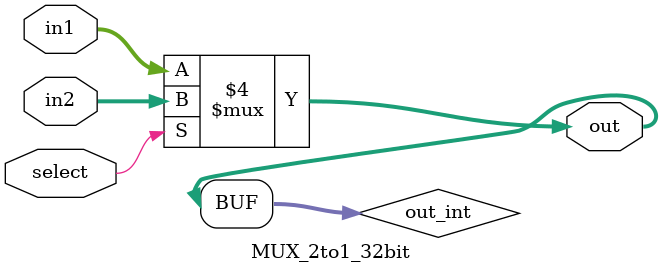
<source format=v>
`timescale 1ns / 1ps


module MUX_2to1_32bit(out, in1, in2, select);
    input[31:0] in1, in2;
    input select;
    
    output [31:0] out;
    
    reg [31:0] out_int;
    
    always @ (*) begin
        if (select == 0) begin
            out_int = in1;
        end else begin
            out_int = in2;
        end
   end
   
   assign out = out_int;
    

endmodule
</source>
